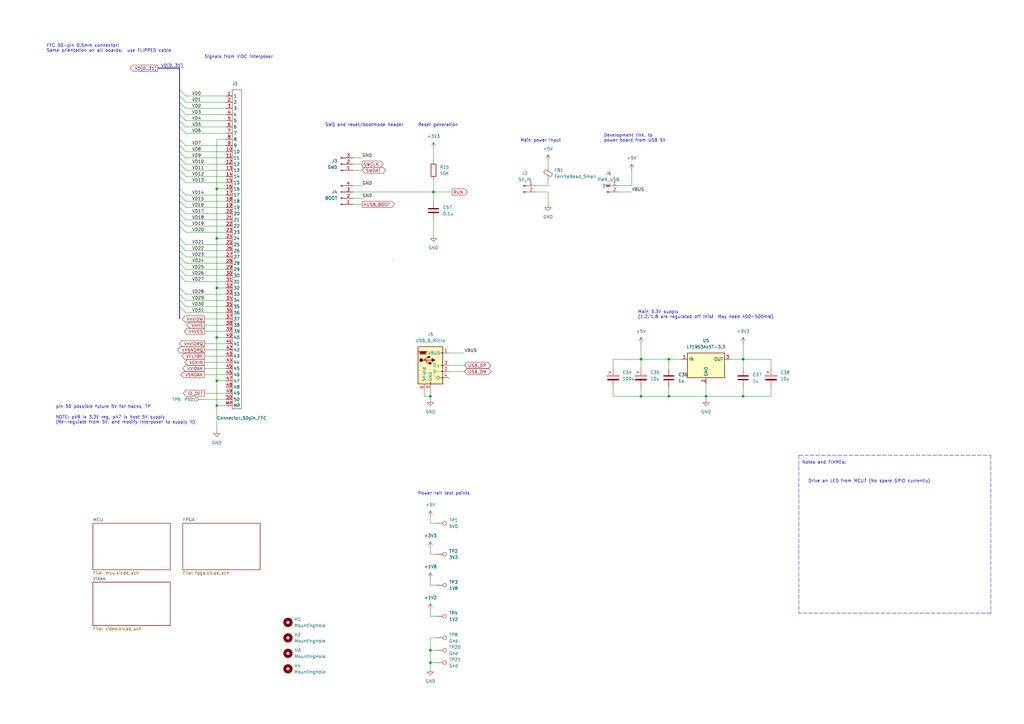
<source format=kicad_sch>
(kicad_sch (version 20211123) (generator eeschema)
  (paper "A3")
  (title_block (title "ArcDVI main board") (date "2022-06-18") (rev "1"))
  (lib_symbols
    (symbol "Connector:Conn_01x02_Male" (pin_names (offset 1.016) hide)
      (property "Reference" "J" (at 0 2.54 0))
      (property "Value" "Conn_01x02_Male" (at 0 -5.08 0))
      (symbol "Conn_01x02_Male_1_1"
        (polyline (pts (xy 1.27 -2.54) (xy 0.8636 -2.54)) (stroke (width 0.1524)))
        (polyline (pts (xy 1.27 0) (xy 0.8636 0)) (stroke (width 0.1524)))
        (rectangle (start 0.8636 -2.413) (end 0 -2.667) (stroke (width 0.1524)) (fill (type outline)))
        (rectangle (start 0.8636 0.127) (end 0 -0.127) (stroke (width 0.1524)) (fill (type outline)))
        (pin passive line (at 5.08 0 180) (length 3.81) (name "Pin_1") (number "1"))
        (pin passive line (at 5.08 -2.54 180) (length 3.81) (name "Pin_2") (number "2"))
      )
    )
    (symbol "Connector:Conn_01x03_Male" (pin_names (offset 1.016) hide)
      (property "Reference" "J" (at 0 5.08 0))
      (property "Value" "Conn_01x03_Male" (at 0 -5.08 0))
      (symbol "Conn_01x03_Male_1_1"
        (polyline (pts (xy 1.27 -2.54) (xy 0.8636 -2.54)) (stroke (width 0.1524)))
        (polyline (pts (xy 1.27 0) (xy 0.8636 0)) (stroke (width 0.1524)))
        (polyline (pts (xy 1.27 2.54) (xy 0.8636 2.54)) (stroke (width 0.1524)))
        (rectangle (start 0.8636 -2.413) (end 0 -2.667) (stroke (width 0.1524)) (fill (type outline)))
        (rectangle (start 0.8636 0.127) (end 0 -0.127) (stroke (width 0.1524)) (fill (type outline)))
        (rectangle (start 0.8636 2.667) (end 0 2.413) (stroke (width 0.1524)) (fill (type outline)))
        (pin passive line (at 5.08 2.54 180) (length 3.81) (name "Pin_1") (number "1"))
        (pin passive line (at 5.08 0 180) (length 3.81) (name "Pin_2") (number "2"))
        (pin passive line (at 5.08 -2.54 180) (length 3.81) (name "Pin_3") (number "3"))
      )
    )
    (symbol "Connector:Conn_01x04_Male" (pin_names (offset 1.016) hide)
      (property "Reference" "J" (at 0 5.08 0))
      (property "Value" "Conn_01x04_Male" (at 0 -7.62 0))
      (symbol "Conn_01x04_Male_1_1"
        (polyline (pts (xy 1.27 -5.08) (xy 0.8636 -5.08)) (stroke (width 0.1524)))
        (polyline (pts (xy 1.27 -2.54) (xy 0.8636 -2.54)) (stroke (width 0.1524)))
        (polyline (pts (xy 1.27 0) (xy 0.8636 0)) (stroke (width 0.1524)))
        (polyline (pts (xy 1.27 2.54) (xy 0.8636 2.54)) (stroke (width 0.1524)))
        (rectangle (start 0.8636 -4.953) (end 0 -5.207) (stroke (width 0.1524)) (fill (type outline)))
        (rectangle (start 0.8636 -2.413) (end 0 -2.667) (stroke (width 0.1524)) (fill (type outline)))
        (rectangle (start 0.8636 0.127) (end 0 -0.127) (stroke (width 0.1524)) (fill (type outline)))
        (rectangle (start 0.8636 2.667) (end 0 2.413) (stroke (width 0.1524)) (fill (type outline)))
        (pin passive line (at 5.08 2.54 180) (length 3.81) (name "Pin_1") (number "1"))
        (pin passive line (at 5.08 0 180) (length 3.81) (name "Pin_2") (number "2"))
        (pin passive line (at 5.08 -2.54 180) (length 3.81) (name "Pin_3") (number "3"))
        (pin passive line (at 5.08 -5.08 180) (length 3.81) (name "Pin_4") (number "4"))
      )
    )
    (symbol "Connector:TestPoint" (pin_numbers hide) (pin_names (offset 0.762) hide)
      (property "Reference" "TP" (at 0 6.858 0))
      (property "Value" "TestPoint" (at 0 5.08 0))
      (symbol "TestPoint_0_1"
        (circle (center 0 3.302) (radius 0.762))
      )
      (symbol "TestPoint_1_1"
        (pin passive line (at 0 0 90) (length 2.54) (name "1") (number "1"))
      )
    )
    (symbol "Connector:USB_B_Micro" (pin_names (offset 1.016))
      (property "Reference" "J" (at -5.08 11.43 0))
      (property "Value" "USB_B_Micro" (at -5.08 8.89 0))
      (symbol "USB_B_Micro_0_1"
        (rectangle (start -5.08 -7.62) (end 5.08 7.62) (stroke (width 0.254)) (fill (type background)))
        (circle (center -3.81 2.159) (radius 0.635) (stroke (width 0.254)) (fill (type outline)))
        (circle (center -0.635 3.429) (radius 0.381) (stroke (width 0.254)) (fill (type outline)))
        (rectangle (start -0.127 -7.62) (end 0.127 -6.858))
        (polyline (pts (xy -1.905 2.159) (xy 0.635 2.159)) (stroke (width 0.254)))
        (polyline (pts (xy -3.175 2.159) (xy -2.54 2.159) (xy -1.27 3.429) (xy -0.635 3.429)) (stroke (width 0.254)))
        (polyline (pts (xy -2.54 2.159) (xy -1.905 2.159) (xy -1.27 0.889) (xy 0 0.889)) (stroke (width 0.254)))
        (polyline (pts (xy 0.635 2.794) (xy 0.635 1.524) (xy 1.905 2.159) (xy 0.635 2.794)) (stroke (width 0.254)) (fill (type outline)))
        (polyline (pts (xy -4.318 5.588) (xy -1.778 5.588) (xy -2.032 4.826) (xy -4.064 4.826) (xy -4.318 5.588)) (fill (type outline)))
        (polyline (pts (xy -4.699 5.842) (xy -4.699 5.588) (xy -4.445 4.826) (xy -4.445 4.572) (xy -1.651 4.572) (xy -1.651 4.826) (xy -1.397 5.588) (xy -1.397 5.842) (xy -4.699 5.842)))
        (rectangle (start 0.254 1.27) (end -0.508 0.508) (stroke (width 0.254)) (fill (type outline)))
        (rectangle (start 5.08 -5.207) (end 4.318 -4.953))
        (rectangle (start 5.08 -2.667) (end 4.318 -2.413))
        (rectangle (start 5.08 -0.127) (end 4.318 0.127))
        (rectangle (start 5.08 4.953) (end 4.318 5.207))
      )
      (symbol "USB_B_Micro_1_1"
        (pin power_out line (at 7.62 5.08 180) (length 2.54) (name "VBUS") (number "1"))
        (pin bidirectional line (at 7.62 -2.54 180) (length 2.54) (name "D-") (number "2"))
        (pin bidirectional line (at 7.62 0 180) (length 2.54) (name "D+") (number "3"))
        (pin passive line (at 7.62 -5.08 180) (length 2.54) (name "ID") (number "4"))
        (pin power_out line (at 0 -10.16 90) (length 2.54) (name "GND") (number "5"))
        (pin passive line (at -2.54 -10.16 90) (length 2.54) (name "Shield") (number "6"))
      )
    )
    (symbol "Device:C" (pin_numbers hide) (pin_names (offset 0.254))
      (property "Reference" "C" (at 0.635 2.54 0))
      (property "Value" "C" (at 0.635 -2.54 0))
      (symbol "C_0_1"
        (polyline (pts (xy -2.032 -0.762) (xy 2.032 -0.762)) (stroke (width 0.508)))
        (polyline (pts (xy -2.032 0.762) (xy 2.032 0.762)) (stroke (width 0.508)))
      )
      (symbol "C_1_1"
        (pin passive line (at 0 3.81 270) (length 2.794) (name "~") (number "1"))
        (pin passive line (at 0 -3.81 90) (length 2.794) (name "~") (number "2"))
      )
    )
    (symbol "Device:C_Polarized" (pin_numbers hide) (pin_names (offset 0.254))
      (property "Reference" "C" (at 0.635 2.54 0))
      (property "Value" "C_Polarized" (at 0.635 -2.54 0))
      (symbol "C_Polarized_0_1"
        (rectangle (start -2.286 0.508) (end 2.286 1.016))
        (polyline (pts (xy -1.778 2.286) (xy -0.762 2.286)))
        (polyline (pts (xy -1.27 2.794) (xy -1.27 1.778)))
        (rectangle (start 2.286 -0.508) (end -2.286 -1.016) (fill (type outline)))
      )
      (symbol "C_Polarized_1_1"
        (pin passive line (at 0 3.81 270) (length 2.794) (name "~") (number "1"))
        (pin passive line (at 0 -3.81 90) (length 2.794) (name "~") (number "2"))
      )
    )
    (symbol "Device:FerriteBead_Small" (pin_numbers hide) (pin_names (offset 0))
      (property "Reference" "FB" (at 1.905 1.27 0))
      (property "Value" "FerriteBead_Small" (at 1.905 -1.27 0))
      (symbol "FerriteBead_Small_0_1"
        (polyline (pts (xy 0 -1.27) (xy 0 -0.7874)))
        (polyline (pts (xy 0 0.889) (xy 0 1.2954)))
        (polyline (pts (xy -1.8288 0.2794) (xy -1.1176 1.4986) (xy 1.8288 -0.2032) (xy 1.1176 -1.4224) (xy -1.8288 0.2794)))
      )
      (symbol "FerriteBead_Small_1_1"
        (pin passive line (at 0 2.54 270) (length 1.27) (name "~") (number "1"))
        (pin passive line (at 0 -2.54 90) (length 1.27) (name "~") (number "2"))
      )
    )
    (symbol "Device:R" (pin_numbers hide) (pin_names (offset 0))
      (property "Reference" "R" (at 2.032 0 90))
      (property "Value" "R" (at 0 0 90))
      (symbol "R_0_1"
        (rectangle (start -1.016 -2.54) (end 1.016 2.54) (stroke (width 0.254)))
      )
      (symbol "R_1_1"
        (pin passive line (at 0 3.81 270) (length 1.27) (name "~") (number "1"))
        (pin passive line (at 0 -3.81 90) (length 1.27) (name "~") (number "2"))
      )
    )
    (symbol "Mechanical:MountingHole" (pin_names (offset 1.016))
      (property "Reference" "H" (at 0 5.08 0))
      (property "Value" "MountingHole" (at 0 3.175 0))
      (symbol "MountingHole_0_1"
        (circle (center 0 0) (radius 1.27) (stroke (width 1.27)))
      )
    )
    (symbol "Regulator_Linear:LT1963AxST-3.3"
      (property "Reference" "U" (at -7.62 6.35 0))
      (property "Value" "LT1963AxST-3.3" (at -1.27 6.35 0))
      (symbol "LT1963AxST-3.3_0_1"
        (rectangle (start -7.62 5.08) (end 7.62 -5.08) (stroke (width 0.254)) (fill (type background)))
      )
      (symbol "LT1963AxST-3.3_1_1"
        (pin power_in line (at -10.16 2.54 0) (length 2.54) (name "IN") (number "1"))
        (pin power_in line (at 0 -7.62 90) (length 2.54) (name "GND") (number "2"))
        (pin power_out line (at 10.16 2.54 180) (length 2.54) (name "OUT") (number "3"))
      )
    )
    (symbol "matt:Connector_50pin_FFC"
      (property "Reference" "J" (at 0 130.81 0))
      (property "Value" "Connector_50pin_FFC" (at 0 130.81 0))
      (symbol "Connector_50pin_FFC_0_1"
        (rectangle (start 0 129.54) (end 3.81 -1.27))
        (rectangle (start 66.04 59.69) (end 66.04 59.69))
        (rectangle (start 66.04 59.69) (end 66.04 59.69))
        (rectangle (start 66.04 59.69) (end 66.04 59.69))
        (rectangle (start 66.04 59.69) (end 66.04 59.69))
        (rectangle (start 66.04 59.69) (end 66.04 59.69))
      )
      (symbol "Connector_50pin_FFC_1_1"
        (pin unspecified line (at -2.54 127 0) (length 2.54) (name "1") (number "1"))
        (pin unspecified line (at -2.54 104.14 0) (length 2.54) (name "10") (number "10"))
        (pin unspecified line (at -2.54 101.6 0) (length 2.54) (name "11") (number "11"))
        (pin unspecified line (at -2.54 99.06 0) (length 2.54) (name "12") (number "12"))
        (pin unspecified line (at -2.54 96.52 0) (length 2.54) (name "13") (number "13"))
        (pin unspecified line (at -2.54 93.98 0) (length 2.54) (name "14") (number "14"))
        (pin unspecified line (at -2.54 91.44 0) (length 2.54) (name "15") (number "15"))
        (pin unspecified line (at -2.54 88.9 0) (length 2.54) (name "16") (number "16"))
        (pin unspecified line (at -2.54 86.36 0) (length 2.54) (name "17") (number "17"))
        (pin unspecified line (at -2.54 83.82 0) (length 2.54) (name "18") (number "18"))
        (pin unspecified line (at -2.54 81.28 0) (length 2.54) (name "19") (number "19"))
        (pin unspecified line (at -2.54 124.46 0) (length 2.54) (name "2") (number "2"))
        (pin unspecified line (at -2.54 78.74 0) (length 2.54) (name "20") (number "20"))
        (pin unspecified line (at -2.54 76.2 0) (length 2.54) (name "21") (number "21"))
        (pin unspecified line (at -2.54 73.66 0) (length 2.54) (name "22") (number "22"))
        (pin unspecified line (at -2.54 71.12 0) (length 2.54) (name "23") (number "23"))
        (pin unspecified line (at -2.54 68.58 0) (length 2.54) (name "24") (number "24"))
        (pin unspecified line (at -2.54 66.04 0) (length 2.54) (name "25") (number "25"))
        (pin unspecified line (at -2.54 63.5 0) (length 2.54) (name "26") (number "26"))
        (pin unspecified line (at -2.54 60.96 0) (length 2.54) (name "27") (number "27"))
        (pin unspecified line (at -2.54 58.42 0) (length 2.54) (name "28") (number "28"))
        (pin unspecified line (at -2.54 55.88 0) (length 2.54) (name "29") (number "29"))
        (pin unspecified line (at -2.54 121.92 0) (length 2.54) (name "3") (number "3"))
        (pin unspecified line (at -2.54 53.34 0) (length 2.54) (name "30") (number "30"))
        (pin unspecified line (at -2.54 50.8 0) (length 2.54) (name "31") (number "31"))
        (pin unspecified line (at -2.54 48.26 0) (length 2.54) (name "32") (number "32"))
        (pin unspecified line (at -2.54 45.72 0) (length 2.54) (name "33") (number "33"))
        (pin unspecified line (at -2.54 43.18 0) (length 2.54) (name "34") (number "34"))
        (pin unspecified line (at -2.54 40.64 0) (length 2.54) (name "35") (number "35"))
        (pin unspecified line (at -2.54 38.1 0) (length 2.54) (name "36") (number "36"))
        (pin unspecified line (at -2.54 35.56 0) (length 2.54) (name "37") (number "37"))
        (pin unspecified line (at -2.54 33.02 0) (length 2.54) (name "38") (number "38"))
        (pin unspecified line (at -2.54 30.48 0) (length 2.54) (name "39") (number "39"))
        (pin unspecified line (at -2.54 119.38 0) (length 2.54) (name "4") (number "4"))
        (pin unspecified line (at -2.54 27.94 0) (length 2.54) (name "40") (number "40"))
        (pin unspecified line (at -2.54 25.4 0) (length 2.54) (name "41") (number "41"))
        (pin unspecified line (at -2.54 22.86 0) (length 2.54) (name "42") (number "42"))
        (pin unspecified line (at -2.54 20.32 0) (length 2.54) (name "43") (number "43"))
        (pin unspecified line (at -2.54 17.78 0) (length 2.54) (name "44") (number "44"))
        (pin unspecified line (at -2.54 15.24 0) (length 2.54) (name "45") (number "45"))
        (pin unspecified line (at -2.54 12.7 0) (length 2.54) (name "46") (number "46"))
        (pin unspecified line (at -2.54 10.16 0) (length 2.54) (name "47") (number "47"))
        (pin unspecified line (at -2.54 7.62 0) (length 2.54) (name "48") (number "48"))
        (pin unspecified line (at -2.54 5.08 0) (length 2.54) (name "49") (number "49"))
        (pin unspecified line (at -2.54 116.84 0) (length 2.54) (name "5") (number "5"))
        (pin unspecified line (at -2.54 2.54 0) (length 2.54) (name "50") (number "50"))
        (pin unspecified line (at -2.54 114.3 0) (length 2.54) (name "6") (number "6"))
        (pin unspecified line (at -2.54 111.76 0) (length 2.54) (name "7") (number "7"))
        (pin unspecified line (at -2.54 109.22 0) (length 2.54) (name "8") (number "8"))
        (pin unspecified line (at -2.54 106.68 0) (length 2.54) (name "9") (number "9"))
        (pin unspecified line (at -2.54 0 0) (length 2.54) (name "MP") (number "MP"))
      )
    )
    (symbol "power:+1V2" (power) (pin_names (offset 0))
      (property "Value" "+1V2" (at 0 3.556 0))
      (symbol "+1V2_0_1"
        (polyline (pts (xy -0.762 1.27) (xy 0 2.54)))
        (polyline (pts (xy 0 0) (xy 0 2.54)))
        (polyline (pts (xy 0 2.54) (xy 0.762 1.27)))
      )
      (symbol "+1V2_1_1"
        (pin power_in line (at 0 0 90) (length 0) hide (name "+1V2") (number "1"))
      )
    )
    (symbol "power:+1V8" (power) (pin_names (offset 0))
      (property "Value" "+1V8" (at 0 3.556 0))
      (symbol "+1V8_0_1"
        (polyline (pts (xy -0.762 1.27) (xy 0 2.54)))
        (polyline (pts (xy 0 0) (xy 0 2.54)))
        (polyline (pts (xy 0 2.54) (xy 0.762 1.27)))
      )
      (symbol "+1V8_1_1"
        (pin power_in line (at 0 0 90) (length 0) hide (name "+1V8") (number "1"))
      )
    )
    (symbol "power:+3.3V" (power) (pin_names (offset 0))
      (property "Value" "+3.3V" (at 0 3.556 0))
      (symbol "+3.3V_0_1"
        (polyline (pts (xy -0.762 1.27) (xy 0 2.54)))
        (polyline (pts (xy 0 0) (xy 0 2.54)))
        (polyline (pts (xy 0 2.54) (xy 0.762 1.27)))
      )
      (symbol "+3.3V_1_1"
        (pin power_in line (at 0 0 90) (length 0) hide (name "+3V3") (number "1"))
      )
    )
    (symbol "power:+5V" (power) (pin_names (offset 0))
      (property "Value" "+5V" (at 0 3.556 0))
      (symbol "+5V_0_1"
        (polyline (pts (xy -0.762 1.27) (xy 0 2.54)))
        (polyline (pts (xy 0 0) (xy 0 2.54)))
        (polyline (pts (xy 0 2.54) (xy 0.762 1.27)))
      )
      (symbol "+5V_1_1"
        (pin power_in line (at 0 0 90) (length 0) hide (name "+5V") (number "1"))
      )
    )
    (symbol "power:GND" (power) (pin_names (offset 0))
      (property "Value" "GND" (at 0 -3.81 0))
      (symbol "GND_0_1"
        (polyline (pts (xy 0 0) (xy 0 -1.27) (xy 1.27 -1.27) (xy 0 -2.54) (xy -1.27 -1.27) (xy 0 -1.27)))
      )
      (symbol "GND_1_1"
        (pin power_in line (at 0 0 270) (length 0) hide (name "GND") (number "1"))
      )
    )
  )
  (junction (at 274.32 147.32))
  (junction (at 88.9 156.21))
  (junction (at 177.8 78.74))
  (junction (at 262.89 147.32))
  (junction (at 88.9 138.43))
  (junction (at 304.8 147.32))
  (junction (at 274.32 162.56))
  (junction (at 262.89 162.56))
  (junction (at 88.9 118.11))
  (junction (at 176.53 271.78))
  (junction (at 289.56 162.56))
  (junction (at 176.53 162.56))
  (junction (at 88.9 97.79))
  (junction (at 176.53 266.7))
  (junction (at 88.9 166.37))
  (junction (at 88.9 77.47))
  (junction (at 304.8 162.56))
  (bus_entry (at 73.66 125.73) (size 2.54 2.54))
  (bus_entry (at 73.66 92.71) (size 2.54 2.54))
  (bus_entry (at 73.66 90.17) (size 2.54 2.54))
  (bus_entry (at 73.66 120.65) (size 2.54 2.54))
  (bus_entry (at 73.66 123.19) (size 2.54 2.54))
  (bus_entry (at 73.66 118.11) (size 2.54 2.54))
  (bus_entry (at 73.66 105.41) (size 2.54 2.54))
  (bus_entry (at 73.66 102.87) (size 2.54 2.54))
  (bus_entry (at 73.66 97.79) (size 2.54 2.54))
  (bus_entry (at 73.66 107.95) (size 2.54 2.54))
  (bus_entry (at 73.66 100.33) (size 2.54 2.54))
  (bus_entry (at 73.66 113.03) (size 2.54 2.54))
  (bus_entry (at 73.66 110.49) (size 2.54 2.54))
  (bus_entry (at 73.66 46.99) (size 2.54 2.54))
  (bus_entry (at 73.66 52.07) (size 2.54 2.54))
  (bus_entry (at 73.66 67.31) (size 2.54 2.54))
  (bus_entry (at 73.66 57.15) (size 2.54 2.54))
  (bus_entry (at 73.66 41.91) (size 2.54 2.54))
  (bus_entry (at 73.66 77.47) (size 2.54 2.54))
  (bus_entry (at 73.66 80.01) (size 2.54 2.54))
  (bus_entry (at 73.66 82.55) (size 2.54 2.54))
  (bus_entry (at 73.66 39.37) (size 2.54 2.54))
  (bus_entry (at 73.66 36.83) (size 2.54 2.54))
  (bus_entry (at 73.66 72.39) (size 2.54 2.54))
  (bus_entry (at 73.66 69.85) (size 2.54 2.54))
  (bus_entry (at 73.66 59.69) (size 2.54 2.54))
  (bus_entry (at 73.66 44.45) (size 2.54 2.54))
  (bus_entry (at 73.66 64.77) (size 2.54 2.54))
  (bus_entry (at 73.66 62.23) (size 2.54 2.54))
  (bus_entry (at 73.66 49.53) (size 2.54 2.54))
  (bus_entry (at 73.66 85.09) (size 2.54 2.54))
  (bus_entry (at 73.66 87.63) (size 2.54 2.54))
  (wire (pts (xy 316.23 158.75) (xy 316.23 162.56)))
  (wire (pts (xy 83.82 148.59) (xy 92.71 148.59)))
  (polyline (pts (xy 327.66 186.69) (xy 327.66 251.46)))
  (wire (pts (xy 76.2 107.95) (xy 92.71 107.95)))
  (wire (pts (xy 76.2 74.93) (xy 92.71 74.93)))
  (wire (pts (xy 76.2 110.49) (xy 92.71 110.49)))
  (wire (pts (xy 76.2 52.07) (xy 92.71 52.07)))
  (wire (pts (xy 76.2 54.61) (xy 92.71 54.61)))
  (wire (pts (xy 274.32 147.32) (xy 274.32 151.13)))
  (wire (pts (xy 83.82 161.29) (xy 92.71 161.29)))
  (wire (pts (xy 76.2 67.31) (xy 92.71 67.31)))
  (bus (pts (xy 73.66 87.63) (xy 73.66 90.17)))
  (wire (pts (xy 148.59 64.77) (xy 144.78 64.77)))
  (wire (pts (xy 88.9 138.43) (xy 92.71 138.43)))
  (wire (pts (xy 76.2 41.91) (xy 92.71 41.91)))
  (wire (pts (xy 254 76.2) (xy 259.08 76.2)))
  (bus (pts (xy 73.66 90.17) (xy 73.66 92.71)))
  (wire (pts (xy 88.9 57.15) (xy 88.9 77.47)))
  (polyline (pts (xy 327.66 186.69) (xy 406.4 186.69)))
  (wire (pts (xy 76.2 123.19) (xy 92.71 123.19)))
  (wire (pts (xy 76.2 80.01) (xy 92.71 80.01)))
  (bus (pts (xy 73.66 77.47) (xy 73.66 80.01)))
  (bus (pts (xy 73.66 102.87) (xy 73.66 105.41)))
  (wire (pts (xy 83.82 133.35) (xy 92.71 133.35)))
  (wire (pts (xy 76.2 49.53) (xy 92.71 49.53)))
  (bus (pts (xy 73.66 113.03) (xy 73.66 118.11)))
  (wire (pts (xy 173.99 162.56) (xy 176.53 162.56)))
  (wire (pts (xy 88.9 166.37) (xy 88.9 176.53)))
  (bus (pts (xy 73.66 100.33) (xy 73.66 102.87)))
  (bus (pts (xy 73.66 69.85) (xy 73.66 72.39)))
  (wire (pts (xy 176.53 227.33) (xy 179.07 227.33)))
  (wire (pts (xy 190.5 149.86) (xy 184.15 149.86)))
  (wire (pts (xy 83.82 135.89) (xy 92.71 135.89)))
  (wire (pts (xy 262.89 162.56) (xy 274.32 162.56)))
  (bus (pts (xy 73.66 120.65) (xy 73.66 123.19)))
  (wire (pts (xy 88.9 118.11) (xy 92.71 118.11)))
  (wire (pts (xy 88.9 97.79) (xy 88.9 118.11)))
  (wire (pts (xy 262.89 158.75) (xy 262.89 162.56)))
  (wire (pts (xy 76.2 113.03) (xy 92.71 113.03)))
  (bus (pts (xy 73.66 97.79) (xy 73.66 100.33)))
  (bus (pts (xy 73.66 64.77) (xy 73.66 67.31)))
  (wire (pts (xy 316.23 151.13) (xy 316.23 147.32)))
  (bus (pts (xy 73.66 52.07) (xy 73.66 57.15)))
  (wire (pts (xy 76.2 72.39) (xy 92.71 72.39)))
  (bus (pts (xy 73.66 39.37) (xy 73.66 41.91)))
  (wire (pts (xy 274.32 162.56) (xy 289.56 162.56)))
  (wire (pts (xy 190.5 152.4) (xy 184.15 152.4)))
  (wire (pts (xy 176.53 266.7) (xy 179.07 266.7)))
  (wire (pts (xy 190.5 144.78) (xy 184.15 144.78)))
  (wire (pts (xy 148.59 67.31) (xy 144.78 67.31)))
  (bus (pts (xy 73.66 82.55) (xy 73.66 85.09)))
  (wire (pts (xy 88.9 166.37) (xy 92.71 166.37)))
  (wire (pts (xy 299.72 147.32) (xy 304.8 147.32)))
  (wire (pts (xy 83.82 146.05) (xy 92.71 146.05)))
  (bus (pts (xy 73.66 72.39) (xy 73.66 77.47)))
  (bus (pts (xy 73.66 80.01) (xy 73.66 82.55)))
  (wire (pts (xy 304.8 147.32) (xy 316.23 147.32)))
  (wire (pts (xy 251.46 162.56) (xy 262.89 162.56)))
  (wire (pts (xy 176.53 250.19) (xy 176.53 252.73)))
  (wire (pts (xy 144.78 78.74) (xy 177.8 78.74)))
  (bus (pts (xy 73.66 85.09) (xy 73.66 87.63)))
  (wire (pts (xy 219.71 76.2) (xy 224.79 76.2)))
  (bus (pts (xy 73.66 125.73) (xy 73.66 130.81)))
  (wire (pts (xy 176.53 237.49) (xy 176.53 240.03)))
  (bus (pts (xy 73.66 27.94) (xy 73.66 36.83)))
  (wire (pts (xy 224.79 68.58) (xy 224.79 66.04)))
  (wire (pts (xy 88.9 156.21) (xy 92.71 156.21)))
  (wire (pts (xy 289.56 157.48) (xy 289.56 162.56)))
  (wire (pts (xy 304.8 162.56) (xy 316.23 162.56)))
  (wire (pts (xy 88.9 138.43) (xy 88.9 156.21)))
  (wire (pts (xy 177.8 78.74) (xy 185.42 78.74)))
  (wire (pts (xy 76.2 105.41) (xy 92.71 105.41)))
  (wire (pts (xy 177.8 90.17) (xy 177.8 96.52)))
  (wire (pts (xy 274.32 147.32) (xy 262.89 147.32)))
  (bus (pts (xy 73.66 46.99) (xy 73.66 49.53)))
  (wire (pts (xy 176.53 224.79) (xy 176.53 227.33)))
  (wire (pts (xy 224.79 78.74) (xy 224.79 83.82)))
  (wire (pts (xy 224.79 76.2) (xy 224.79 73.66)))
  (wire (pts (xy 148.59 81.28) (xy 144.78 81.28)))
  (wire (pts (xy 76.2 82.55) (xy 92.71 82.55)))
  (wire (pts (xy 148.59 69.85) (xy 144.78 69.85)))
  (wire (pts (xy 304.8 147.32) (xy 304.8 151.13)))
  (wire (pts (xy 177.8 60.96) (xy 177.8 66.04)))
  (wire (pts (xy 176.53 163.83) (xy 176.53 162.56)))
  (wire (pts (xy 83.82 151.13) (xy 92.71 151.13)))
  (wire (pts (xy 148.59 76.2) (xy 144.78 76.2)))
  (bus (pts (xy 73.66 57.15) (xy 73.66 59.69)))
  (wire (pts (xy 148.59 83.82) (xy 144.78 83.82)))
  (bus (pts (xy 73.66 44.45) (xy 73.66 46.99)))
  (wire (pts (xy 176.53 212.09) (xy 176.53 214.63)))
  (wire (pts (xy 76.2 62.23) (xy 92.71 62.23)))
  (wire (pts (xy 176.53 252.73) (xy 179.07 252.73)))
  (polyline (pts (xy 406.4 186.69) (xy 406.4 251.46)))
  (wire (pts (xy 76.2 92.71) (xy 92.71 92.71)))
  (bus (pts (xy 64.77 27.94) (xy 73.66 27.94)))
  (wire (pts (xy 88.9 156.21) (xy 88.9 166.37)))
  (wire (pts (xy 76.2 59.69) (xy 92.71 59.69)))
  (wire (pts (xy 76.2 85.09) (xy 92.71 85.09)))
  (bus (pts (xy 73.66 59.69) (xy 73.66 62.23)))
  (bus (pts (xy 73.66 118.11) (xy 73.66 120.65)))
  (wire (pts (xy 304.8 158.75) (xy 304.8 162.56)))
  (wire (pts (xy 259.08 76.2) (xy 259.08 69.85)))
  (wire (pts (xy 83.82 153.67) (xy 92.71 153.67)))
  (wire (pts (xy 88.9 118.11) (xy 88.9 138.43)))
  (wire (pts (xy 83.82 140.97) (xy 92.71 140.97)))
  (wire (pts (xy 304.8 140.97) (xy 304.8 147.32)))
  (wire (pts (xy 219.71 78.74) (xy 224.79 78.74)))
  (wire (pts (xy 76.2 46.99) (xy 92.71 46.99)))
  (wire (pts (xy 251.46 151.13) (xy 251.46 147.32)))
  (wire (pts (xy 88.9 77.47) (xy 92.71 77.47)))
  (wire (pts (xy 289.56 162.56) (xy 289.56 163.83)))
  (wire (pts (xy 76.2 128.27) (xy 92.71 128.27)))
  (wire (pts (xy 76.2 115.57) (xy 92.71 115.57)))
  (wire (pts (xy 176.53 266.7) (xy 176.53 261.62)))
  (wire (pts (xy 83.82 130.81) (xy 92.71 130.81)))
  (wire (pts (xy 76.2 39.37) (xy 92.71 39.37)))
  (wire (pts (xy 262.89 147.32) (xy 262.89 151.13)))
  (bus (pts (xy 73.66 36.83) (xy 73.66 39.37)))
  (bus (pts (xy 73.66 62.23) (xy 73.66 64.77)))
  (wire (pts (xy 251.46 158.75) (xy 251.46 162.56)))
  (wire (pts (xy 76.2 100.33) (xy 92.71 100.33)))
  (wire (pts (xy 76.2 120.65) (xy 92.71 120.65)))
  (bus (pts (xy 73.66 49.53) (xy 73.66 52.07)))
  (wire (pts (xy 76.2 95.25) (xy 92.71 95.25)))
  (wire (pts (xy 176.53 261.62) (xy 179.07 261.62)))
  (wire (pts (xy 76.2 64.77) (xy 92.71 64.77)))
  (wire (pts (xy 176.53 271.78) (xy 179.07 271.78)))
  (wire (pts (xy 274.32 147.32) (xy 279.4 147.32)))
  (wire (pts (xy 274.32 158.75) (xy 274.32 162.56)))
  (wire (pts (xy 251.46 147.32) (xy 262.89 147.32)))
  (wire (pts (xy 254 78.74) (xy 259.08 78.74)))
  (wire (pts (xy 88.9 77.47) (xy 88.9 97.79)))
  (wire (pts (xy 88.9 97.79) (xy 92.71 97.79)))
  (wire (pts (xy 76.2 69.85) (xy 92.71 69.85)))
  (wire (pts (xy 176.53 214.63) (xy 179.07 214.63)))
  (wire (pts (xy 83.82 143.51) (xy 92.71 143.51)))
  (wire (pts (xy 176.53 274.32) (xy 176.53 271.78)))
  (wire (pts (xy 76.2 87.63) (xy 92.71 87.63)))
  (bus (pts (xy 73.66 110.49) (xy 73.66 113.03)))
  (wire (pts (xy 76.2 102.87) (xy 92.71 102.87)))
  (wire (pts (xy 262.89 147.32) (xy 262.89 140.97)))
  (wire (pts (xy 76.2 125.73) (xy 92.71 125.73)))
  (wire (pts (xy 176.53 162.56) (xy 176.53 160.02)))
  (bus (pts (xy 73.66 105.41) (xy 73.66 107.95)))
  (wire (pts (xy 76.2 44.45) (xy 92.71 44.45)))
  (bus (pts (xy 73.66 123.19) (xy 73.66 125.73)))
  (wire (pts (xy 289.56 162.56) (xy 304.8 162.56)))
  (wire (pts (xy 92.71 57.15) (xy 88.9 57.15)))
  (wire (pts (xy 177.8 78.74) (xy 177.8 82.55)))
  (wire (pts (xy 83.82 163.83) (xy 92.71 163.83)))
  (bus (pts (xy 73.66 67.31) (xy 73.66 69.85)))
  (wire (pts (xy 173.99 160.02) (xy 173.99 162.56)))
  (wire (pts (xy 176.53 271.78) (xy 176.53 266.7)))
  (bus (pts (xy 73.66 41.91) (xy 73.66 44.45)))
  (wire (pts (xy 177.8 73.66) (xy 177.8 78.74)))
  (wire (pts (xy 176.53 240.03) (xy 179.07 240.03)))
  (bus (pts (xy 73.66 92.71) (xy 73.66 97.79)))
  (bus (pts (xy 73.66 107.95) (xy 73.66 110.49)))
  (wire (pts (xy 76.2 90.17) (xy 92.71 90.17)))
  (polyline (pts (xy 406.4 251.46) (xy 327.66 251.46)))
  (text "Reset generation\n" (at 171.45 52.07 0) (effects (font (size 1.27 1.27)) (justify left bottom)))
  (text "Notes and FIXMEs:\n" (at 328.93 190.5 0) (effects (font (size 1.27 1.27)) (justify left bottom)))
  (text "Power rail test points\n" (at 171.45 203.2 0) (effects (font (size 1.27 1.27)) (justify left bottom)))
  (text "Development link, to\npower board from USB 5V\n" (at 247.65 58.42 0) (effects (font (size 1.27 1.27)) (justify left bottom)))
  (text "NOTE: p49 is 3.3V reg, p47 is host 5V supply\n(Re-regulate from 5V, and modify interposer to supply it)\n" (at 22.86 173.99 0) (effects (font (size 1.27 1.27)) (justify left bottom)))
  (text "Main 3.3V supply\n(1.2/1.8 are regulated off this!  May need 400-500mW)" (at 261.62 130.81 0) (effects (font (size 1.27 1.27)) (justify left bottom)))
  (text "Signals from VIDC interposer\n" (at 83.82 24.13 0) (effects (font (size 1.27 1.27)) (justify left bottom)))
  (text "SWD and reset/bootmode header\n" (at 133.35 52.07 0) (effects (font (size 1.27 1.27)) (justify left bottom)))
  (text "pin 50 possible future 5V for hacks, TP\n" (at 22.86 167.64 0) (effects (font (size 1.27 1.27)) (justify left bottom)))
  (text "Drive an LED from MCU? (No spare GPIO currently)\n" (at 331.47 198.12 0) (effects (font (size 1.27 1.27)) (justify left bottom)))
  (text "FFC 50-pin 0.5mm connector:\nSame orientation on all boards:  use FLIPPED cable" (at 19.05 21.59 0) (effects (font (size 1.27 1.27)) (justify left bottom)))
  (text "Main power input" (at 213.36 58.42 0) (effects (font (size 1.27 1.27)) (justify left bottom)))
  (label "GND" (at 148.59 81.28 0))
  (label "VD22" (at 78.74 102.87 0))
  (label "VD23" (at 78.74 105.41 0))
  (label "VD7" (at 78.74 59.69 0))
  (label "VD16" (at 78.74 85.09 0))
  (label "VD25" (at 78.74 110.49 0))
  (label "VD24" (at 78.74 107.95 0))
  (label "VD14" (at 78.74 80.01 0))
  (label "VD31" (at 78.74 128.27 0))
  (label "VD4" (at 78.74 49.53 0))
  (label "VD12" (at 78.74 72.39 0))
  (label "VD19" (at 78.74 92.71 0))
  (label "VD26" (at 78.74 113.03 0))
  (label "VD0" (at 78.74 39.37 0))
  (label "VD15" (at 78.74 82.55 0))
  (label "VD9" (at 78.74 64.77 0))
  (label "VD3" (at 78.74 46.99 0))
  (label "VD28" (at 78.74 120.65 0))
  (label "VD17" (at 78.74 87.63 0))
  (label "VD11" (at 78.74 69.85 0))
  (label "VD6" (at 78.74 54.61 0))
  (label "VD5" (at 78.74 52.07 0))
  (label "VD2" (at 78.74 44.45 0))
  (label "VD[0..31]" (at 66.04 27.94 0))
  (label "VD8" (at 78.74 62.23 0))
  (label "VD29" (at 78.74 123.19 0))
  (label "VD27" (at 78.74 115.57 0))
  (label "GND" (at 148.59 76.2 0))
  (label "VD10" (at 78.74 67.31 0))
  (label "VD13" (at 78.74 74.93 0))
  (label "VD30" (at 78.74 125.73 0))
  (label "VD18" (at 78.74 90.17 0))
  (label "GND" (at 148.59 64.77 0))
  (label "VBUS" (at 259.08 78.74 0))
  (label "VD20" (at 78.74 95.25 0))
  (label "VBUS" (at 190.5 144.78 0))
  (label "VD21" (at 78.74 100.33 0))
  (label "VD1" (at 78.74 41.91 0))
  (global_label "VCKIN" (shape output) (at 83.82 148.59 180) (property "Intersheet References" "${INTERSHEET_REFS}" (effects hide)))
  (global_label "SWCLK" (shape output) (at 148.59 67.31 0) (property "Intersheet References" "${INTERSHEET_REFS}" (effects hide)))
  (global_label "USB_DM" (shape bidirectional) (at 190.5 152.4 0) (property "Intersheet References" "${INTERSHEET_REFS}" (effects hide)))
  (global_label "VVIDAK" (shape output) (at 83.82 151.13 180) (property "Intersheet References" "${INTERSHEET_REFS}" (effects hide)))
  (global_label "VD[0..31]" (shape output) (at 64.77 27.94 180) (property "Intersheet References" "${INTERSHEET_REFS}" (effects hide)))
  (global_label "VnVCS" (shape output) (at 83.82 135.89 180) (property "Intersheet References" "${INTERSHEET_REFS}" (effects hide)))
  (global_label "VFLYBK" (shape output) (at 83.82 146.05 180) (property "Intersheet References" "${INTERSHEET_REFS}" (effects hide)))
  (global_label "VnVIDRQ" (shape output) (at 83.82 140.97 180) (property "Intersheet References" "${INTERSHEET_REFS}" (effects hide)))
  (global_label "USB_DP" (shape bidirectional) (at 190.5 149.86 0) (property "Intersheet References" "${INTERSHEET_REFS}" (effects hide)))
  (global_label "VnSNDRQ" (shape output) (at 83.82 143.51 180) (property "Intersheet References" "${INTERSHEET_REFS}" (effects hide)))
  (global_label "nUSB_BOOT" (shape output) (at 148.59 83.82 0) (property "Intersheet References" "${INTERSHEET_REFS}" (effects hide)))
  (global_label "ID_DET" (shape output) (at 83.82 161.29 180) (property "Intersheet References" "${INTERSHEET_REFS}" (effects hide)))
  (global_label "RUN" (shape output) (at 185.42 78.74 0) (property "Intersheet References" "${INTERSHEET_REFS}" (effects hide)))
  (global_label "SWDAT" (shape bidirectional) (at 148.59 69.85 0) (property "Intersheet References" "${INTERSHEET_REFS}" (effects hide)))
  (global_label "VSNDAK" (shape output) (at 83.82 153.67 180) (property "Intersheet References" "${INTERSHEET_REFS}" (effects hide)))
  (global_label "VnVIDW" (shape output) (at 83.82 130.81 180) (property "Intersheet References" "${INTERSHEET_REFS}" (effects hide)))
  (global_label "VnHS" (shape output) (at 83.82 133.35 180) (property "Intersheet References" "${INTERSHEET_REFS}" (effects hide)))
  (symbol (lib_id "power:GND") (at 176.53 274.32 0) (unit 1)
    (property "Reference" "#PWR052" (effects hide))
    (property "Value" "GND" (at 176.53 279.4 0))
  )
  (symbol (lib_id "Regulator_Linear:LT1963AxST-3.3") (at 289.56 149.86 0) (unit 1)
    (property "Reference" "U5" (at 289.56 139.7 0))
    (property "Value" "LT1963AxST-3.3" (at 289.56 142.24 0))
    (property "Footprint" "Package_TO_SOT_SMD:SOT-223-3_TabPin2" (effects hide))
    (property "Datasheet" "https://www.analog.com/media/en/technical-documentation/data-sheets/1963aff.pdf" (effects hide))
  )
  (symbol (lib_id "Connector:USB_B_Micro") (at 176.53 149.86 0) (unit 1)
    (property "Reference" "J5" (at 176.53 137.16 0))
    (property "Value" "USB_B_Micro" (at 176.53 139.7 0))
    (property "Footprint" "Connector_USB:USB_Micro-B_Amphenol_10104110_Horizontal" (effects hide))
  )
  (symbol (lib_id "Connector:TestPoint") (at 179.07 227.33 270) (unit 1)
    (property "Reference" "TP2" (at 184.15 226.0599 90) (effects (justify left)))
    (property "Value" "3V3" (at 184.15 228.5999 90) (effects (justify left)))
    (property "Footprint" "TestPoint:TestPoint_Pad_1.5x1.5mm" (effects hide))
  )
  (symbol (lib_id "Connector:Conn_01x02_Male") (at 248.92 76.2 0) (unit 1) (in_bom no)
    (property "Reference" "J6" (at 249.555 71.12 0))
    (property "Value" "PWR_USB" (at 249.555 73.66 0))
    (property "Footprint" "Connector_PinHeader_2.54mm:PinHeader_1x02_P2.54mm_Vertical" (effects hide))
    (property "DNF" "DNF" (at 248.92 76.2 0))
  )
  (symbol (lib_id "power:GND") (at 289.56 163.83 0) (unit 1)
    (property "Reference" "#PWR036" (effects hide))
    (property "Value" "GND" (at 289.56 168.91 0))
  )
  (symbol (lib_id "Device:C_Polarized") (at 262.89 154.94 0) (unit 1)
    (property "Reference" "C35" (at 266.7 152.7809 0) (effects (justify left)))
    (property "Value" "10u" (at 266.7 155.3209 0) (effects (justify left)))
    (property "Footprint" "Capacitor_Tantalum_SMD:CP_EIA-3528-21_Kemet-B" (effects hide))
  )
  (symbol (lib_id "matt:Connector_50pin_FFC") (at 95.25 166.37 0) (unit 1)
    (property "Reference" "J1" (at 95.25 34.29 0) (effects (justify left)))
    (property "Value" "Connector_50pin_FFC" (at 88.9 171.45 0) (effects (justify left)))
    (property "Footprint" "Connector_FFC-FPC:Hirose_FH12-50S-0.5SH_1x50-1MP_P0.50mm_Horizontal" (effects hide))
  )
  (symbol (lib_id "power:+3.3V") (at 304.8 140.97 0) (unit 1)
    (property "Reference" "#PWR03" (effects hide))
    (property "Value" "+3.3V" (at 304.8 135.89 0))
  )
  (symbol (lib_id "power:GND") (at 176.53 163.83 0) (unit 1)
    (property "Reference" "#PWR0111" (effects hide))
    (property "Value" "GND" (at 176.53 168.91 0))
  )
  (symbol (lib_id "Connector:TestPoint") (at 179.07 240.03 270) (unit 1)
    (property "Reference" "TP3" (at 184.15 238.7599 90) (effects (justify left)))
    (property "Value" "1V8" (at 184.15 241.2999 90) (effects (justify left)))
    (property "Footprint" "TestPoint:TestPoint_Pad_1.5x1.5mm" (effects hide))
  )
  (symbol (lib_id "Connector:TestPoint") (at 179.07 271.78 270) (unit 1)
    (property "Reference" "TP21" (at 184.15 270.5099 90) (effects (justify left)))
    (property "Value" "Gnd" (at 184.15 273.0499 90) (effects (justify left)))
    (property "Footprint" "TestPoint:TestPoint_Pad_1.5x1.5mm" (effects hide))
  )
  (symbol (lib_id "power:+1V8") (at 176.53 237.49 0) (unit 1)
    (property "Reference" "#PWR0103" (effects hide))
    (property "Value" "+1V8" (at 176.53 232.41 0))
  )
  (symbol (lib_id "power:+5V") (at 262.89 140.97 0) (unit 1)
    (property "Reference" "#PWR05" (effects hide))
    (property "Value" "+5V" (at 262.89 135.89 0))
  )
  (symbol (lib_id "Device:C") (at 274.32 154.94 0) (unit 1)
    (property "Reference" "C36" (at 278.13 153.6699 0) (effects (justify left)))
    (property "Value" "1u" (at 278.13 156.2099 0) (effects (justify left)))
    (property "Footprint" "Capacitor_SMD:C_0603_1608Metric" (effects hide))
  )
  (symbol (lib_id "Device:FerriteBead_Small") (at 224.79 71.12 0) (unit 1)
    (property "Reference" "FB1" (at 227.33 69.8118 0) (effects (justify left)))
    (property "Value" "FerriteBead_Small" (at 227.33 72.39 0) (effects (justify left)))
    (property "Footprint" "Inductor_SMD:L_0805_2012Metric" (effects hide))
  )
  (symbol (lib_id "Device:C_Polarized") (at 251.46 154.94 0) (unit 1)
    (property "Reference" "C34" (at 255.27 152.7809 0) (effects (justify left)))
    (property "Value" "100u" (at 255.27 155.3209 0) (effects (justify left)))
    (property "Footprint" "Capacitor_Tantalum_SMD:CP_EIA-3528-21_Kemet-B" (effects hide))
  )
  (symbol (lib_id "power:+3.3V") (at 177.8 60.96 0) (unit 1)
    (property "Reference" "#PWR0108" (effects hide))
    (property "Value" "+3.3V" (at 177.8 55.88 0))
  )
  (symbol (lib_id "Connector:TestPoint") (at 179.07 252.73 270) (unit 1)
    (property "Reference" "TP4" (at 184.15 251.4599 90) (effects (justify left)))
    (property "Value" "1V2" (at 184.15 253.9999 90) (effects (justify left)))
    (property "Footprint" "TestPoint:TestPoint_Pad_1.5x1.5mm" (effects hide))
  )
  (symbol (lib_id "power:+5V") (at 176.53 212.09 0) (unit 1)
    (property "Reference" "#PWR0104" (effects hide))
    (property "Value" "+5V" (at 176.53 207.01 0))
  )
  (symbol (lib_id "power:+1V2") (at 176.53 250.19 0) (unit 1)
    (property "Reference" "#PWR0102" (effects hide))
    (property "Value" "+1V2" (at 176.53 245.11 0))
  )
  (symbol (lib_id "power:+3.3V") (at 176.53 224.79 0) (unit 1)
    (property "Reference" "#PWR0105" (effects hide))
    (property "Value" "+3.3V" (at 176.53 219.71 0))
  )
  (symbol (lib_id "Device:C_Polarized") (at 316.23 154.94 0) (unit 1)
    (property "Reference" "C38" (at 320.04 152.7809 0) (effects (justify left)))
    (property "Value" "10u" (at 320.04 155.3209 0) (effects (justify left)))
    (property "Footprint" "Capacitor_Tantalum_SMD:CP_EIA-3528-21_Kemet-B" (effects hide))
  )
  (symbol (lib_id "Mechanical:MountingHole") (at 118.11 274.32 0) (unit 1)
    (property "Reference" "H4" (at 120.65 273.0499 0) (effects (justify left)))
    (property "Value" "MountingHole" (at 120.65 275.5899 0) (effects (justify left)))
    (property "Footprint" "MountingHole:MountingHole_3.2mm_M3" (effects hide))
  )
  (symbol (lib_id "Mechanical:MountingHole") (at 118.11 267.97 0) (unit 1)
    (property "Reference" "H3" (at 120.65 266.6999 0) (effects (justify left)))
    (property "Value" "MountingHole" (at 120.65 269.2399 0) (effects (justify left)))
    (property "Footprint" "MountingHole:MountingHole_3.2mm_M3" (effects hide))
  )
  (symbol (lib_id "Connector:TestPoint") (at 83.82 163.83 90) (unit 1)
    (property "Reference" "TP6" (at 72.39 163.83 90))
    (property "Value" "P50" (at 77.47 163.83 90))
    (property "Footprint" "TestPoint:TestPoint_Pad_D1.0mm" (effects hide))
  )
  (symbol (lib_id "power:+5V") (at 224.79 66.04 0) (unit 1)
    (property "Reference" "#PWR033" (effects hide))
    (property "Value" "+5V" (at 224.79 60.96 0))
  )
  (symbol (lib_id "Connector:Conn_01x03_Male") (at 139.7 67.31 0) (mirror x) (unit 1)
    (property "Reference" "J3" (at 138.43 66.0399 0) (effects (justify right)))
    (property "Value" "SWD" (at 138.43 68.5799 0) (effects (justify right)))
    (property "Footprint" "Connector_PinHeader_2.54mm:PinHeader_1x03_P2.54mm_Vertical" (effects hide))
  )
  (symbol (lib_id "Device:C") (at 304.8 154.94 0) (unit 1)
    (property "Reference" "C37" (at 308.61 153.6699 0) (effects (justify left)))
    (property "Value" "1u" (at 308.61 156.2099 0) (effects (justify left)))
    (property "Footprint" "Capacitor_SMD:C_0603_1608Metric" (effects hide))
  )
  (symbol (lib_id "power:GND") (at 224.79 83.82 0) (unit 1)
    (property "Reference" "#PWR035" (effects hide))
    (property "Value" "GND" (at 224.79 88.9 0))
  )
  (symbol (lib_id "Mechanical:MountingHole") (at 118.11 255.27 0) (unit 1)
    (property "Reference" "H1" (at 120.65 253.9999 0) (effects (justify left)))
    (property "Value" "MountingHole" (at 120.65 256.5399 0) (effects (justify left)))
    (property "Footprint" "MountingHole:MountingHole_3.2mm_M3" (effects hide))
  )
  (symbol (lib_id "Device:R") (at 177.8 69.85 0) (unit 1)
    (property "Reference" "R15" (at 180.34 68.5799 0) (effects (justify left)))
    (property "Value" "10K" (at 180.34 71.1199 0) (effects (justify left)))
    (property "Footprint" "Resistor_SMD:R_0603_1608Metric" (effects hide))
  )
  (symbol (lib_id "Connector:TestPoint") (at 179.07 266.7 270) (unit 1)
    (property "Reference" "TP20" (at 184.15 265.4299 90) (effects (justify left)))
    (property "Value" "Gnd" (at 184.15 267.9699 90) (effects (justify left)))
    (property "Footprint" "TestPoint:TestPoint_Pad_1.5x1.5mm" (effects hide))
  )
  (symbol (lib_id "Mechanical:MountingHole") (at 118.11 261.62 0) (unit 1)
    (property "Reference" "H2" (at 120.65 260.3499 0) (effects (justify left)))
    (property "Value" "MountingHole" (at 120.65 262.8899 0) (effects (justify left)))
    (property "Footprint" "MountingHole:MountingHole_3.2mm_M3" (effects hide))
  )
  (symbol (lib_id "power:GND") (at 177.8 96.52 0) (unit 1)
    (property "Reference" "#PWR0107" (effects hide))
    (property "Value" "GND" (at 177.8 101.6 0))
  )
  (symbol (lib_id "Connector:Conn_01x04_Male") (at 139.7 81.28 0) (mirror x) (unit 1)
    (property "Reference" "J4" (at 138.43 78.7399 0) (effects (justify right)))
    (property "Value" "BOOT" (at 138.43 81.2799 0) (effects (justify right)))
    (property "Footprint" "Connector_PinHeader_2.54mm:PinHeader_1x04_P2.54mm_Vertical" (effects hide))
  )
  (symbol (lib_id "power:+5V") (at 259.08 69.85 0) (unit 1)
    (property "Reference" "#PWR044" (effects hide))
    (property "Value" "+5V" (at 259.08 64.77 0))
  )
  (symbol (lib_id "power:GND") (at 88.9 176.53 0) (unit 1)
    (property "Reference" "#PWR04" (effects hide))
    (property "Value" "GND" (at 88.9 181.61 0))
  )
  (symbol (lib_id "Connector:TestPoint") (at 179.07 214.63 270) (unit 1)
    (property "Reference" "TP1" (at 184.15 213.3599 90) (effects (justify left)))
    (property "Value" "5V0" (at 184.15 215.8999 90) (effects (justify left)))
    (property "Footprint" "TestPoint:TestPoint_Pad_1.5x1.5mm" (effects hide))
  )
  (symbol (lib_id "Connector:TestPoint") (at 179.07 261.62 270) (unit 1)
    (property "Reference" "TP8" (at 184.15 260.3499 90) (effects (justify left)))
    (property "Value" "Gnd" (at 184.15 262.8899 90) (effects (justify left)))
    (property "Footprint" "TestPoint:TestPoint_Pad_1.5x1.5mm" (effects hide))
  )
  (symbol (lib_id "Device:C") (at 177.8 86.36 0) (unit 1)
    (property "Reference" "C57" (at 181.61 85.0899 0) (effects (justify left)))
    (property "Value" "0.1u" (at 181.61 87.6299 0) (effects (justify left)))
    (property "Footprint" "Capacitor_SMD:C_0603_1608Metric" (effects hide))
  )
  (symbol (lib_id "Connector:Conn_01x02_Male") (at 214.63 76.2 0) (unit 1)
    (property "Reference" "J2" (at 215.265 71.12 0))
    (property "Value" "5V_IN" (at 215.265 73.66 0))
    (property "Footprint" "Connector_PinHeader_2.54mm:PinHeader_1x02_P2.54mm_Horizontal" (effects hide))
  )
  (sheet (at 38.1 214.63) (size 31.75 19.05) (stroke (width 0.1524))
    (property "Sheet name" "MCU" (at 38.1 213.9184 0) (effects (justify left bottom)))
    (property "Sheet file" "mcu.kicad_sch" (at 38.1 234.2646 0) (effects (justify left top)))
  )
  (sheet (at 74.93 214.63) (size 31.75 19.05) (stroke (width 0.1524))
    (property "Sheet name" "FPGA" (at 74.93 213.9184 0) (effects (justify left bottom)))
    (property "Sheet file" "fpga.kicad_sch" (at 74.93 234.2646 0) (effects (justify left top)))
  )
  (sheet (at 38.1 238.76) (size 31.75 17.78) (stroke (width 0.1524))
    (property "Sheet name" "Video" (at 38.1 238.0484 0) (effects (justify left bottom)))
    (property "Sheet file" "video.kicad_sch" (at 38.1 257.1246 0) (effects (justify left top)))
  )
)
</source>
